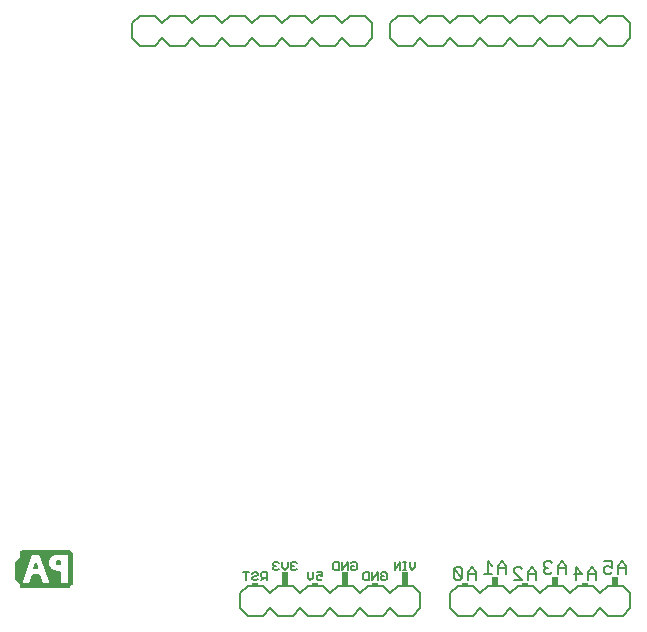
<source format=gbo>
G75*
G70*
%OFA0B0*%
%FSLAX24Y24*%
%IPPOS*%
%LPD*%
%AMOC8*
5,1,8,0,0,1.08239X$1,22.5*
%
%ADD10C,0.0080*%
%ADD11C,0.0050*%
%ADD12R,0.0200X0.0450*%
%ADD13R,0.0200X0.0100*%
%ADD14C,0.0070*%
%ADD15R,0.0200X0.0300*%
D10*
X009252Y001304D02*
X009502Y001054D01*
X010002Y001054D01*
X010252Y001304D01*
X010502Y001054D01*
X011002Y001054D01*
X011252Y001304D01*
X011502Y001054D01*
X012002Y001054D01*
X012252Y001304D01*
X012502Y001054D01*
X013002Y001054D01*
X013252Y001304D01*
X013502Y001054D01*
X014002Y001054D01*
X014252Y001304D01*
X014502Y001054D01*
X015002Y001054D01*
X015252Y001304D01*
X015252Y001804D01*
X015002Y002054D01*
X014502Y002054D01*
X014252Y001804D01*
X014002Y002054D01*
X013502Y002054D01*
X013252Y001804D01*
X013002Y002054D01*
X012502Y002054D01*
X012252Y001804D01*
X012002Y002054D01*
X011502Y002054D01*
X011252Y001804D01*
X011002Y002054D01*
X010502Y002054D01*
X010252Y001804D01*
X010002Y002054D01*
X009502Y002054D01*
X009252Y001804D01*
X009252Y001304D01*
X016252Y001304D02*
X016502Y001054D01*
X017002Y001054D01*
X017252Y001304D01*
X017502Y001054D01*
X018002Y001054D01*
X018252Y001304D01*
X018502Y001054D01*
X019002Y001054D01*
X019252Y001304D01*
X019502Y001054D01*
X020002Y001054D01*
X020252Y001304D01*
X020502Y001054D01*
X021002Y001054D01*
X021252Y001304D01*
X021502Y001054D01*
X022002Y001054D01*
X022252Y001304D01*
X022252Y001804D01*
X022002Y002054D01*
X021502Y002054D01*
X021252Y001804D01*
X021002Y002054D01*
X020502Y002054D01*
X020252Y001804D01*
X020002Y002054D01*
X019502Y002054D01*
X019252Y001804D01*
X019002Y002054D01*
X018502Y002054D01*
X018252Y001804D01*
X018002Y002054D01*
X017502Y002054D01*
X017252Y001804D01*
X017002Y002054D01*
X016502Y002054D01*
X016252Y001804D01*
X016252Y001304D01*
X016002Y020054D02*
X015502Y020054D01*
X015252Y020304D01*
X015002Y020054D01*
X014502Y020054D01*
X014252Y020304D01*
X014252Y020804D01*
X014502Y021054D01*
X015002Y021054D01*
X015252Y020804D01*
X015502Y021054D01*
X016002Y021054D01*
X016252Y020804D01*
X016502Y021054D01*
X017002Y021054D01*
X017252Y020804D01*
X017502Y021054D01*
X018002Y021054D01*
X018252Y020804D01*
X018502Y021054D01*
X019002Y021054D01*
X019252Y020804D01*
X019502Y021054D01*
X020002Y021054D01*
X020252Y020804D01*
X020502Y021054D01*
X021002Y021054D01*
X021252Y020804D01*
X021502Y021054D01*
X022002Y021054D01*
X022252Y020804D01*
X022252Y020304D01*
X022002Y020054D01*
X021502Y020054D01*
X021252Y020304D01*
X021002Y020054D01*
X020502Y020054D01*
X020252Y020304D01*
X020002Y020054D01*
X019502Y020054D01*
X019252Y020304D01*
X019002Y020054D01*
X018502Y020054D01*
X018252Y020304D01*
X018002Y020054D01*
X017502Y020054D01*
X017252Y020304D01*
X017002Y020054D01*
X016502Y020054D01*
X016252Y020304D01*
X016002Y020054D01*
X013652Y020304D02*
X013652Y020804D01*
X013402Y021054D01*
X012902Y021054D01*
X012652Y020804D01*
X012402Y021054D01*
X011902Y021054D01*
X011652Y020804D01*
X011402Y021054D01*
X010902Y021054D01*
X010652Y020804D01*
X010402Y021054D01*
X009902Y021054D01*
X009652Y020804D01*
X009402Y021054D01*
X008902Y021054D01*
X008652Y020804D01*
X008402Y021054D01*
X007902Y021054D01*
X007652Y020804D01*
X007402Y021054D01*
X006902Y021054D01*
X006652Y020804D01*
X006402Y021054D01*
X005902Y021054D01*
X005652Y020804D01*
X005652Y020304D01*
X005902Y020054D01*
X006402Y020054D01*
X006652Y020304D01*
X006902Y020054D01*
X007402Y020054D01*
X007652Y020304D01*
X007902Y020054D01*
X008402Y020054D01*
X008652Y020304D01*
X008902Y020054D01*
X009402Y020054D01*
X009652Y020304D01*
X009902Y020054D01*
X010402Y020054D01*
X010652Y020304D01*
X010902Y020054D01*
X011402Y020054D01*
X011652Y020304D01*
X011902Y020054D01*
X012402Y020054D01*
X012652Y020304D01*
X012902Y020054D01*
X013402Y020054D01*
X013652Y020304D01*
D11*
X003532Y002024D02*
X001932Y002024D01*
X001932Y002074D01*
X003582Y002074D01*
X003632Y002124D01*
X003582Y002124D01*
X003582Y003124D01*
X003132Y003124D01*
X002982Y003124D01*
X002932Y003124D01*
X002882Y003074D01*
X002882Y003124D01*
X002832Y003124D01*
X002832Y003024D01*
X002882Y003074D01*
X002882Y003024D02*
X002982Y003124D01*
X002932Y003124D02*
X002882Y003124D01*
X002832Y003124D02*
X002882Y003024D01*
X002832Y003024D01*
X002832Y002974D01*
X002882Y003024D01*
X002782Y003124D01*
X002832Y002974D01*
X002732Y003124D01*
X002832Y002874D01*
X002682Y003124D01*
X002832Y002774D01*
X002832Y002674D02*
X003082Y002124D01*
X002882Y002624D01*
X003132Y002124D01*
X002932Y002574D01*
X003132Y002224D01*
X002982Y002524D01*
X003132Y002324D01*
X003032Y002524D01*
X003132Y002424D01*
X003132Y002524D01*
X003082Y002524D01*
X003132Y002424D01*
X003132Y002324D01*
X003132Y002224D01*
X003132Y002124D01*
X003182Y002124D01*
X003182Y002524D01*
X003132Y002524D01*
X003182Y002524D02*
X003232Y002524D01*
X003232Y002124D01*
X003532Y002124D01*
X003532Y003174D01*
X001932Y003174D01*
X001932Y003124D01*
X002032Y003124D01*
X002032Y003074D01*
X001932Y003074D01*
X001932Y003024D01*
X002032Y003024D01*
X002032Y002974D01*
X001932Y002974D01*
X001932Y002924D01*
X001882Y002924D01*
X001832Y002874D01*
X001782Y002824D01*
X001982Y002824D01*
X001982Y002774D01*
X001782Y002774D01*
X001782Y002724D01*
X001982Y002724D01*
X001982Y002674D01*
X001782Y002674D01*
X001782Y002624D01*
X001932Y002624D01*
X001932Y002574D01*
X001782Y002574D01*
X001782Y002524D01*
X001882Y002524D01*
X001882Y002474D01*
X001782Y002474D01*
X001782Y002424D01*
X001882Y002424D01*
X001882Y002374D01*
X001782Y002374D01*
X001782Y002324D01*
X001882Y002324D01*
X001882Y002274D01*
X001832Y002274D01*
X002032Y003124D01*
X002082Y003124D01*
X001832Y002274D01*
X001782Y002274D01*
X001832Y002224D01*
X001932Y002224D01*
X001932Y002174D01*
X001932Y002324D01*
X001932Y002274D02*
X001882Y002274D01*
X002132Y003124D01*
X002082Y003124D01*
X002132Y003124D02*
X002182Y003124D01*
X001932Y002274D01*
X001982Y002274D01*
X001932Y002124D01*
X002232Y003124D01*
X002182Y003124D01*
X002232Y003124D02*
X002282Y003124D01*
X001932Y002124D01*
X002232Y002124D01*
X002332Y002424D01*
X002432Y002124D01*
X002382Y002124D01*
X002332Y002374D01*
X002332Y002324D01*
X002282Y002124D01*
X002332Y002124D01*
X002332Y002324D01*
X002332Y002424D02*
X002382Y002424D01*
X002482Y002124D01*
X002532Y002124D01*
X002432Y002424D01*
X002482Y002424D01*
X002582Y002124D01*
X002632Y002124D01*
X002532Y002424D01*
X002482Y002424D01*
X002432Y002424D02*
X002382Y002424D01*
X002382Y002649D02*
X002432Y002824D01*
X002482Y002649D01*
X002382Y002649D01*
X002432Y002674D02*
X002432Y002774D01*
X001982Y002874D02*
X001832Y002874D01*
X001782Y002824D02*
X001782Y002774D01*
X001782Y002724D02*
X001782Y002674D01*
X001782Y002624D02*
X001782Y002574D01*
X001782Y002524D02*
X001782Y002474D01*
X001782Y002424D02*
X001782Y002374D01*
X001782Y002324D02*
X001782Y002274D01*
X001832Y002224D02*
X001882Y002174D01*
X001932Y002174D01*
X001932Y002124D02*
X001932Y002074D01*
X001932Y002124D02*
X001882Y002174D01*
X002232Y002124D02*
X002282Y002124D01*
X002332Y002124D02*
X002382Y002124D01*
X002432Y002124D02*
X002482Y002124D01*
X002532Y002124D02*
X002582Y002124D01*
X002632Y002124D02*
X002932Y002124D01*
X002632Y003124D01*
X002682Y003124D01*
X002982Y002124D01*
X003032Y002124D01*
X002832Y002674D01*
X003132Y002524D02*
X003098Y002526D01*
X003065Y002532D01*
X003033Y002541D01*
X003002Y002554D01*
X002972Y002570D01*
X002945Y002589D01*
X002920Y002612D01*
X002897Y002637D01*
X002878Y002664D01*
X002862Y002694D01*
X002849Y002725D01*
X002840Y002757D01*
X002834Y002790D01*
X002832Y002824D01*
X002834Y002858D01*
X002840Y002891D01*
X002849Y002923D01*
X002862Y002954D01*
X002878Y002984D01*
X002897Y003011D01*
X002920Y003036D01*
X002945Y003059D01*
X002972Y003078D01*
X003002Y003094D01*
X003033Y003107D01*
X003065Y003116D01*
X003098Y003122D01*
X003132Y003124D01*
X003182Y002874D02*
X003182Y002824D01*
X003182Y002874D02*
X003169Y002872D01*
X003157Y002867D01*
X003147Y002859D01*
X003139Y002849D01*
X003134Y002837D01*
X003132Y002824D01*
X003134Y002811D01*
X003139Y002799D01*
X003147Y002789D01*
X003157Y002781D01*
X003169Y002776D01*
X003182Y002774D01*
X003232Y002774D01*
X003232Y002824D01*
X003182Y002824D01*
X003182Y002774D01*
X003232Y002824D02*
X003232Y002874D01*
X003182Y002874D01*
X002832Y003124D02*
X002782Y003124D01*
X002732Y003124D01*
X002682Y003124D01*
X002632Y003124D02*
X002582Y003124D01*
X002932Y002124D01*
X002982Y002124D01*
X003032Y002124D02*
X003082Y002124D01*
X003132Y002124D01*
X003182Y002124D02*
X003232Y002124D01*
X003532Y002124D02*
X003582Y002124D01*
X003582Y002074D02*
X003532Y002024D01*
X003632Y002124D02*
X003632Y003124D01*
X003582Y003124D01*
X003632Y003124D02*
X003582Y003174D01*
X003532Y003174D01*
X003582Y003174D02*
X003532Y003224D01*
X001982Y003224D01*
X001932Y003174D01*
X001932Y003124D02*
X001932Y003074D01*
X001932Y003024D02*
X001932Y002974D01*
X001882Y002924D01*
X001932Y002924D02*
X001982Y002924D01*
X001982Y002874D01*
X002282Y003124D02*
X002582Y003124D01*
X009358Y002500D02*
X009538Y002500D01*
X009448Y002500D02*
X009448Y002229D01*
X009652Y002274D02*
X009697Y002229D01*
X009787Y002229D01*
X009832Y002274D01*
X009787Y002364D02*
X009697Y002364D01*
X009652Y002319D01*
X009652Y002274D01*
X009787Y002364D02*
X009832Y002409D01*
X009832Y002454D01*
X009787Y002500D01*
X009697Y002500D01*
X009652Y002454D01*
X009947Y002454D02*
X009947Y002364D01*
X009992Y002319D01*
X010127Y002319D01*
X010127Y002229D02*
X010127Y002500D01*
X009992Y002500D01*
X009947Y002454D01*
X010037Y002319D02*
X009947Y002229D01*
X010358Y002624D02*
X010358Y002669D01*
X010403Y002714D01*
X010448Y002714D01*
X010403Y002714D02*
X010358Y002759D01*
X010358Y002804D01*
X010403Y002850D01*
X010493Y002850D01*
X010538Y002804D01*
X010652Y002850D02*
X010652Y002669D01*
X010742Y002579D01*
X010832Y002669D01*
X010832Y002850D01*
X010947Y002804D02*
X010947Y002759D01*
X010992Y002714D01*
X010947Y002669D01*
X010947Y002624D01*
X010992Y002579D01*
X011082Y002579D01*
X011127Y002624D01*
X011037Y002714D02*
X010992Y002714D01*
X010947Y002804D02*
X010992Y002850D01*
X011082Y002850D01*
X011127Y002804D01*
X011502Y002500D02*
X011502Y002319D01*
X011592Y002229D01*
X011682Y002319D01*
X011682Y002500D01*
X011797Y002500D02*
X011977Y002500D01*
X011977Y002364D01*
X011887Y002409D01*
X011842Y002409D01*
X011797Y002364D01*
X011797Y002274D01*
X011842Y002229D01*
X011932Y002229D01*
X011977Y002274D01*
X012358Y002624D02*
X012358Y002804D01*
X012403Y002850D01*
X012538Y002850D01*
X012538Y002579D01*
X012403Y002579D01*
X012358Y002624D01*
X012652Y002579D02*
X012652Y002850D01*
X012832Y002850D02*
X012652Y002579D01*
X012832Y002579D02*
X012832Y002850D01*
X012947Y002804D02*
X012992Y002850D01*
X013082Y002850D01*
X013127Y002804D01*
X013127Y002624D01*
X013082Y002579D01*
X012992Y002579D01*
X012947Y002624D01*
X012947Y002714D01*
X013037Y002714D01*
X013358Y002454D02*
X013403Y002500D01*
X013538Y002500D01*
X013538Y002229D01*
X013403Y002229D01*
X013358Y002274D01*
X013358Y002454D01*
X013652Y002500D02*
X013652Y002229D01*
X013832Y002500D01*
X013832Y002229D01*
X013947Y002274D02*
X013947Y002364D01*
X014037Y002364D01*
X014127Y002274D02*
X014082Y002229D01*
X013992Y002229D01*
X013947Y002274D01*
X014127Y002274D02*
X014127Y002454D01*
X014082Y002500D01*
X013992Y002500D01*
X013947Y002454D01*
X014406Y002579D02*
X014406Y002850D01*
X014586Y002850D02*
X014406Y002579D01*
X014586Y002579D02*
X014586Y002850D01*
X014692Y002850D02*
X014782Y002850D01*
X014737Y002850D02*
X014737Y002579D01*
X014782Y002579D02*
X014692Y002579D01*
X014897Y002669D02*
X014897Y002850D01*
X015077Y002850D02*
X015077Y002669D01*
X014987Y002579D01*
X014897Y002669D01*
X010538Y002624D02*
X010493Y002579D01*
X010403Y002579D01*
X010358Y002624D01*
D12*
X010752Y002279D03*
X012752Y002279D03*
X014752Y002279D03*
D13*
X013752Y002104D03*
X011752Y002104D03*
X009752Y002104D03*
X016752Y002104D03*
X018752Y002104D03*
X020752Y002104D03*
D14*
X020830Y002239D02*
X020830Y002526D01*
X020974Y002670D01*
X021117Y002526D01*
X021117Y002239D01*
X021117Y002454D02*
X020830Y002454D01*
X020657Y002454D02*
X020370Y002454D01*
X020441Y002239D02*
X020441Y002670D01*
X020657Y002454D01*
X020117Y002439D02*
X020117Y002726D01*
X019974Y002870D01*
X019830Y002726D01*
X019830Y002439D01*
X019657Y002511D02*
X019585Y002439D01*
X019441Y002439D01*
X019370Y002511D01*
X019370Y002583D01*
X019441Y002654D01*
X019513Y002654D01*
X019441Y002654D02*
X019370Y002726D01*
X019370Y002798D01*
X019441Y002870D01*
X019585Y002870D01*
X019657Y002798D01*
X019830Y002654D02*
X020117Y002654D01*
X019117Y002526D02*
X019117Y002239D01*
X019117Y002454D02*
X018830Y002454D01*
X018830Y002526D02*
X018830Y002239D01*
X018657Y002239D02*
X018370Y002526D01*
X018370Y002598D01*
X018441Y002670D01*
X018585Y002670D01*
X018657Y002598D01*
X018830Y002526D02*
X018974Y002670D01*
X019117Y002526D01*
X018657Y002239D02*
X018370Y002239D01*
X018117Y002439D02*
X018117Y002726D01*
X017974Y002870D01*
X017830Y002726D01*
X017830Y002439D01*
X017657Y002439D02*
X017370Y002439D01*
X017513Y002439D02*
X017513Y002870D01*
X017657Y002726D01*
X017830Y002654D02*
X018117Y002654D01*
X017117Y002526D02*
X017117Y002239D01*
X017117Y002454D02*
X016830Y002454D01*
X016830Y002526D02*
X016830Y002239D01*
X016657Y002311D02*
X016657Y002598D01*
X016585Y002670D01*
X016441Y002670D01*
X016370Y002598D01*
X016657Y002311D01*
X016585Y002239D01*
X016441Y002239D01*
X016370Y002311D01*
X016370Y002598D01*
X016830Y002526D02*
X016974Y002670D01*
X017117Y002526D01*
X021370Y002511D02*
X021441Y002439D01*
X021585Y002439D01*
X021657Y002511D01*
X021657Y002654D02*
X021513Y002726D01*
X021441Y002726D01*
X021370Y002654D01*
X021370Y002511D01*
X021657Y002654D02*
X021657Y002870D01*
X021370Y002870D01*
X021830Y002726D02*
X021830Y002439D01*
X021830Y002654D02*
X022117Y002654D01*
X022117Y002726D02*
X021974Y002870D01*
X021830Y002726D01*
X022117Y002726D02*
X022117Y002439D01*
D15*
X021752Y002204D03*
X019752Y002204D03*
X017752Y002204D03*
M02*

</source>
